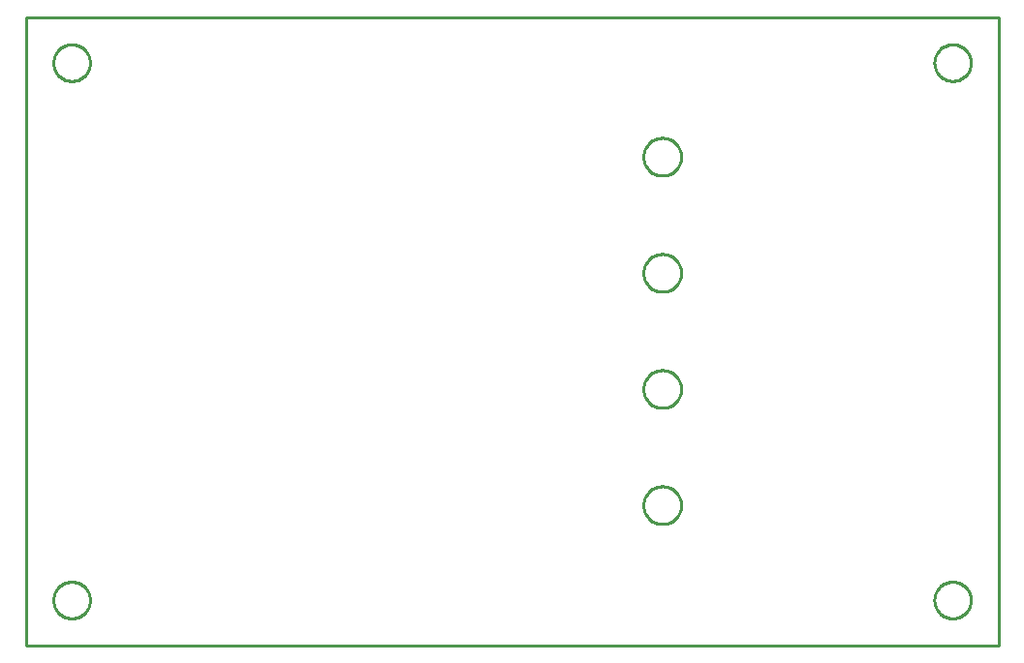
<source format=gbr>
G04 EAGLE Gerber RS-274X export*
G75*
%MOMM*%
%FSLAX34Y34*%
%LPD*%
%IN*%
%IPPOS*%
%AMOC8*
5,1,8,0,0,1.08239X$1,22.5*%
G01*
%ADD10C,0.254000*%


D10*
X0Y0D02*
X850000Y0D01*
X850000Y550000D01*
X0Y550000D01*
X0Y0D01*
X56000Y509476D02*
X55932Y508431D01*
X55795Y507392D01*
X55590Y506365D01*
X55319Y505353D01*
X54983Y504361D01*
X54582Y503393D01*
X54118Y502454D01*
X53595Y501546D01*
X53013Y500675D01*
X52375Y499844D01*
X51684Y499057D01*
X50943Y498316D01*
X50156Y497625D01*
X49325Y496988D01*
X48454Y496406D01*
X47546Y495882D01*
X46607Y495418D01*
X45639Y495017D01*
X44647Y494681D01*
X43635Y494410D01*
X42608Y494205D01*
X41569Y494069D01*
X40524Y494000D01*
X39476Y494000D01*
X38431Y494069D01*
X37392Y494205D01*
X36365Y494410D01*
X35353Y494681D01*
X34361Y495017D01*
X33393Y495418D01*
X32454Y495882D01*
X31546Y496406D01*
X30675Y496988D01*
X29844Y497625D01*
X29057Y498316D01*
X28316Y499057D01*
X27625Y499844D01*
X26988Y500675D01*
X26406Y501546D01*
X25882Y502454D01*
X25418Y503393D01*
X25017Y504361D01*
X24681Y505353D01*
X24410Y506365D01*
X24205Y507392D01*
X24069Y508431D01*
X24000Y509476D01*
X24000Y510524D01*
X24069Y511569D01*
X24205Y512608D01*
X24410Y513635D01*
X24681Y514647D01*
X25017Y515639D01*
X25418Y516607D01*
X25882Y517546D01*
X26406Y518454D01*
X26988Y519325D01*
X27625Y520156D01*
X28316Y520943D01*
X29057Y521684D01*
X29844Y522375D01*
X30675Y523013D01*
X31546Y523595D01*
X32454Y524118D01*
X33393Y524582D01*
X34361Y524983D01*
X35353Y525319D01*
X36365Y525590D01*
X37392Y525795D01*
X38431Y525932D01*
X39476Y526000D01*
X40524Y526000D01*
X41569Y525932D01*
X42608Y525795D01*
X43635Y525590D01*
X44647Y525319D01*
X45639Y524983D01*
X46607Y524582D01*
X47546Y524118D01*
X48454Y523595D01*
X49325Y523013D01*
X50156Y522375D01*
X50943Y521684D01*
X51684Y520943D01*
X52375Y520156D01*
X53013Y519325D01*
X53595Y518454D01*
X54118Y517546D01*
X54582Y516607D01*
X54983Y515639D01*
X55319Y514647D01*
X55590Y513635D01*
X55795Y512608D01*
X55932Y511569D01*
X56000Y510524D01*
X56000Y509476D01*
X56000Y39476D02*
X55932Y38431D01*
X55795Y37392D01*
X55590Y36365D01*
X55319Y35353D01*
X54983Y34361D01*
X54582Y33393D01*
X54118Y32454D01*
X53595Y31546D01*
X53013Y30675D01*
X52375Y29844D01*
X51684Y29057D01*
X50943Y28316D01*
X50156Y27625D01*
X49325Y26988D01*
X48454Y26406D01*
X47546Y25882D01*
X46607Y25418D01*
X45639Y25017D01*
X44647Y24681D01*
X43635Y24410D01*
X42608Y24205D01*
X41569Y24069D01*
X40524Y24000D01*
X39476Y24000D01*
X38431Y24069D01*
X37392Y24205D01*
X36365Y24410D01*
X35353Y24681D01*
X34361Y25017D01*
X33393Y25418D01*
X32454Y25882D01*
X31546Y26406D01*
X30675Y26988D01*
X29844Y27625D01*
X29057Y28316D01*
X28316Y29057D01*
X27625Y29844D01*
X26988Y30675D01*
X26406Y31546D01*
X25882Y32454D01*
X25418Y33393D01*
X25017Y34361D01*
X24681Y35353D01*
X24410Y36365D01*
X24205Y37392D01*
X24069Y38431D01*
X24000Y39476D01*
X24000Y40524D01*
X24069Y41569D01*
X24205Y42608D01*
X24410Y43635D01*
X24681Y44647D01*
X25017Y45639D01*
X25418Y46607D01*
X25882Y47546D01*
X26406Y48454D01*
X26988Y49325D01*
X27625Y50156D01*
X28316Y50943D01*
X29057Y51684D01*
X29844Y52375D01*
X30675Y53013D01*
X31546Y53595D01*
X32454Y54118D01*
X33393Y54582D01*
X34361Y54983D01*
X35353Y55319D01*
X36365Y55590D01*
X37392Y55795D01*
X38431Y55932D01*
X39476Y56000D01*
X40524Y56000D01*
X41569Y55932D01*
X42608Y55795D01*
X43635Y55590D01*
X44647Y55319D01*
X45639Y54983D01*
X46607Y54582D01*
X47546Y54118D01*
X48454Y53595D01*
X49325Y53013D01*
X50156Y52375D01*
X50943Y51684D01*
X51684Y50943D01*
X52375Y50156D01*
X53013Y49325D01*
X53595Y48454D01*
X54118Y47546D01*
X54582Y46607D01*
X54983Y45639D01*
X55319Y44647D01*
X55590Y43635D01*
X55795Y42608D01*
X55932Y41569D01*
X56000Y40524D01*
X56000Y39476D01*
X826000Y39476D02*
X825932Y38431D01*
X825795Y37392D01*
X825590Y36365D01*
X825319Y35353D01*
X824983Y34361D01*
X824582Y33393D01*
X824118Y32454D01*
X823595Y31546D01*
X823013Y30675D01*
X822375Y29844D01*
X821684Y29057D01*
X820943Y28316D01*
X820156Y27625D01*
X819325Y26988D01*
X818454Y26406D01*
X817546Y25882D01*
X816607Y25418D01*
X815639Y25017D01*
X814647Y24681D01*
X813635Y24410D01*
X812608Y24205D01*
X811569Y24069D01*
X810524Y24000D01*
X809476Y24000D01*
X808431Y24069D01*
X807392Y24205D01*
X806365Y24410D01*
X805353Y24681D01*
X804361Y25017D01*
X803393Y25418D01*
X802454Y25882D01*
X801546Y26406D01*
X800675Y26988D01*
X799844Y27625D01*
X799057Y28316D01*
X798316Y29057D01*
X797625Y29844D01*
X796988Y30675D01*
X796406Y31546D01*
X795882Y32454D01*
X795418Y33393D01*
X795017Y34361D01*
X794681Y35353D01*
X794410Y36365D01*
X794205Y37392D01*
X794069Y38431D01*
X794000Y39476D01*
X794000Y40524D01*
X794069Y41569D01*
X794205Y42608D01*
X794410Y43635D01*
X794681Y44647D01*
X795017Y45639D01*
X795418Y46607D01*
X795882Y47546D01*
X796406Y48454D01*
X796988Y49325D01*
X797625Y50156D01*
X798316Y50943D01*
X799057Y51684D01*
X799844Y52375D01*
X800675Y53013D01*
X801546Y53595D01*
X802454Y54118D01*
X803393Y54582D01*
X804361Y54983D01*
X805353Y55319D01*
X806365Y55590D01*
X807392Y55795D01*
X808431Y55932D01*
X809476Y56000D01*
X810524Y56000D01*
X811569Y55932D01*
X812608Y55795D01*
X813635Y55590D01*
X814647Y55319D01*
X815639Y54983D01*
X816607Y54582D01*
X817546Y54118D01*
X818454Y53595D01*
X819325Y53013D01*
X820156Y52375D01*
X820943Y51684D01*
X821684Y50943D01*
X822375Y50156D01*
X823013Y49325D01*
X823595Y48454D01*
X824118Y47546D01*
X824582Y46607D01*
X824983Y45639D01*
X825319Y44647D01*
X825590Y43635D01*
X825795Y42608D01*
X825932Y41569D01*
X826000Y40524D01*
X826000Y39476D01*
X826000Y509476D02*
X825932Y508431D01*
X825795Y507392D01*
X825590Y506365D01*
X825319Y505353D01*
X824983Y504361D01*
X824582Y503393D01*
X824118Y502454D01*
X823595Y501546D01*
X823013Y500675D01*
X822375Y499844D01*
X821684Y499057D01*
X820943Y498316D01*
X820156Y497625D01*
X819325Y496988D01*
X818454Y496406D01*
X817546Y495882D01*
X816607Y495418D01*
X815639Y495017D01*
X814647Y494681D01*
X813635Y494410D01*
X812608Y494205D01*
X811569Y494069D01*
X810524Y494000D01*
X809476Y494000D01*
X808431Y494069D01*
X807392Y494205D01*
X806365Y494410D01*
X805353Y494681D01*
X804361Y495017D01*
X803393Y495418D01*
X802454Y495882D01*
X801546Y496406D01*
X800675Y496988D01*
X799844Y497625D01*
X799057Y498316D01*
X798316Y499057D01*
X797625Y499844D01*
X796988Y500675D01*
X796406Y501546D01*
X795882Y502454D01*
X795418Y503393D01*
X795017Y504361D01*
X794681Y505353D01*
X794410Y506365D01*
X794205Y507392D01*
X794069Y508431D01*
X794000Y509476D01*
X794000Y510524D01*
X794069Y511569D01*
X794205Y512608D01*
X794410Y513635D01*
X794681Y514647D01*
X795017Y515639D01*
X795418Y516607D01*
X795882Y517546D01*
X796406Y518454D01*
X796988Y519325D01*
X797625Y520156D01*
X798316Y520943D01*
X799057Y521684D01*
X799844Y522375D01*
X800675Y523013D01*
X801546Y523595D01*
X802454Y524118D01*
X803393Y524582D01*
X804361Y524983D01*
X805353Y525319D01*
X806365Y525590D01*
X807392Y525795D01*
X808431Y525932D01*
X809476Y526000D01*
X810524Y526000D01*
X811569Y525932D01*
X812608Y525795D01*
X813635Y525590D01*
X814647Y525319D01*
X815639Y524983D01*
X816607Y524582D01*
X817546Y524118D01*
X818454Y523595D01*
X819325Y523013D01*
X820156Y522375D01*
X820943Y521684D01*
X821684Y520943D01*
X822375Y520156D01*
X823013Y519325D01*
X823595Y518454D01*
X824118Y517546D01*
X824582Y516607D01*
X824983Y515639D01*
X825319Y514647D01*
X825590Y513635D01*
X825795Y512608D01*
X825932Y511569D01*
X826000Y510524D01*
X826000Y509476D01*
X556800Y444246D02*
X557879Y444175D01*
X558951Y444034D01*
X560011Y443823D01*
X561055Y443544D01*
X562079Y443196D01*
X563077Y442782D01*
X564047Y442304D01*
X564983Y441764D01*
X565882Y441163D01*
X566739Y440505D01*
X567552Y439793D01*
X568317Y439028D01*
X569029Y438215D01*
X569687Y437358D01*
X570288Y436459D01*
X570828Y435523D01*
X571306Y434553D01*
X571720Y433555D01*
X572068Y432531D01*
X572347Y431487D01*
X572558Y430427D01*
X572699Y429355D01*
X572770Y428276D01*
X572770Y427196D01*
X572699Y426117D01*
X572558Y425045D01*
X572347Y423985D01*
X572068Y422941D01*
X571720Y421917D01*
X571306Y420919D01*
X570828Y419949D01*
X570288Y419013D01*
X569687Y418114D01*
X569029Y417257D01*
X568317Y416444D01*
X567552Y415680D01*
X566739Y414967D01*
X565882Y414309D01*
X564983Y413708D01*
X564047Y413168D01*
X563077Y412690D01*
X562079Y412276D01*
X561055Y411928D01*
X560011Y411649D01*
X558951Y411438D01*
X557879Y411297D01*
X556800Y411226D01*
X555720Y411226D01*
X554641Y411297D01*
X553569Y411438D01*
X552509Y411649D01*
X551465Y411928D01*
X550441Y412276D01*
X549443Y412690D01*
X548473Y413168D01*
X547537Y413708D01*
X546638Y414309D01*
X545781Y414967D01*
X544968Y415680D01*
X544204Y416444D01*
X543491Y417257D01*
X542833Y418114D01*
X542232Y419013D01*
X541692Y419949D01*
X541214Y420919D01*
X540800Y421917D01*
X540452Y422941D01*
X540173Y423985D01*
X539962Y425045D01*
X539821Y426117D01*
X539750Y427196D01*
X539750Y428276D01*
X539821Y429355D01*
X539962Y430427D01*
X540173Y431487D01*
X540452Y432531D01*
X540800Y433555D01*
X541214Y434553D01*
X541692Y435523D01*
X542232Y436459D01*
X542833Y437358D01*
X543491Y438215D01*
X544204Y439028D01*
X544968Y439793D01*
X545781Y440505D01*
X546638Y441163D01*
X547537Y441764D01*
X548473Y442304D01*
X549443Y442782D01*
X550441Y443196D01*
X551465Y443544D01*
X552509Y443823D01*
X553569Y444034D01*
X554641Y444175D01*
X555720Y444246D01*
X556800Y444246D01*
X556800Y241046D02*
X557879Y240975D01*
X558951Y240834D01*
X560011Y240623D01*
X561055Y240344D01*
X562079Y239996D01*
X563077Y239582D01*
X564047Y239104D01*
X564983Y238564D01*
X565882Y237963D01*
X566739Y237305D01*
X567552Y236593D01*
X568317Y235828D01*
X569029Y235015D01*
X569687Y234158D01*
X570288Y233259D01*
X570828Y232323D01*
X571306Y231353D01*
X571720Y230355D01*
X572068Y229331D01*
X572347Y228287D01*
X572558Y227227D01*
X572699Y226155D01*
X572770Y225076D01*
X572770Y223996D01*
X572699Y222917D01*
X572558Y221845D01*
X572347Y220785D01*
X572068Y219741D01*
X571720Y218717D01*
X571306Y217719D01*
X570828Y216749D01*
X570288Y215813D01*
X569687Y214914D01*
X569029Y214057D01*
X568317Y213244D01*
X567552Y212480D01*
X566739Y211767D01*
X565882Y211109D01*
X564983Y210508D01*
X564047Y209968D01*
X563077Y209490D01*
X562079Y209076D01*
X561055Y208728D01*
X560011Y208449D01*
X558951Y208238D01*
X557879Y208097D01*
X556800Y208026D01*
X555720Y208026D01*
X554641Y208097D01*
X553569Y208238D01*
X552509Y208449D01*
X551465Y208728D01*
X550441Y209076D01*
X549443Y209490D01*
X548473Y209968D01*
X547537Y210508D01*
X546638Y211109D01*
X545781Y211767D01*
X544968Y212480D01*
X544204Y213244D01*
X543491Y214057D01*
X542833Y214914D01*
X542232Y215813D01*
X541692Y216749D01*
X541214Y217719D01*
X540800Y218717D01*
X540452Y219741D01*
X540173Y220785D01*
X539962Y221845D01*
X539821Y222917D01*
X539750Y223996D01*
X539750Y225076D01*
X539821Y226155D01*
X539962Y227227D01*
X540173Y228287D01*
X540452Y229331D01*
X540800Y230355D01*
X541214Y231353D01*
X541692Y232323D01*
X542232Y233259D01*
X542833Y234158D01*
X543491Y235015D01*
X544204Y235828D01*
X544968Y236593D01*
X545781Y237305D01*
X546638Y237963D01*
X547537Y238564D01*
X548473Y239104D01*
X549443Y239582D01*
X550441Y239996D01*
X551465Y240344D01*
X552509Y240623D01*
X553569Y240834D01*
X554641Y240975D01*
X555720Y241046D01*
X556800Y241046D01*
X556800Y342646D02*
X557879Y342575D01*
X558951Y342434D01*
X560011Y342223D01*
X561055Y341944D01*
X562079Y341596D01*
X563077Y341182D01*
X564047Y340704D01*
X564983Y340164D01*
X565882Y339563D01*
X566739Y338905D01*
X567552Y338193D01*
X568317Y337428D01*
X569029Y336615D01*
X569687Y335758D01*
X570288Y334859D01*
X570828Y333923D01*
X571306Y332953D01*
X571720Y331955D01*
X572068Y330931D01*
X572347Y329887D01*
X572558Y328827D01*
X572699Y327755D01*
X572770Y326676D01*
X572770Y325596D01*
X572699Y324517D01*
X572558Y323445D01*
X572347Y322385D01*
X572068Y321341D01*
X571720Y320317D01*
X571306Y319319D01*
X570828Y318349D01*
X570288Y317413D01*
X569687Y316514D01*
X569029Y315657D01*
X568317Y314844D01*
X567552Y314080D01*
X566739Y313367D01*
X565882Y312709D01*
X564983Y312108D01*
X564047Y311568D01*
X563077Y311090D01*
X562079Y310676D01*
X561055Y310328D01*
X560011Y310049D01*
X558951Y309838D01*
X557879Y309697D01*
X556800Y309626D01*
X555720Y309626D01*
X554641Y309697D01*
X553569Y309838D01*
X552509Y310049D01*
X551465Y310328D01*
X550441Y310676D01*
X549443Y311090D01*
X548473Y311568D01*
X547537Y312108D01*
X546638Y312709D01*
X545781Y313367D01*
X544968Y314080D01*
X544204Y314844D01*
X543491Y315657D01*
X542833Y316514D01*
X542232Y317413D01*
X541692Y318349D01*
X541214Y319319D01*
X540800Y320317D01*
X540452Y321341D01*
X540173Y322385D01*
X539962Y323445D01*
X539821Y324517D01*
X539750Y325596D01*
X539750Y326676D01*
X539821Y327755D01*
X539962Y328827D01*
X540173Y329887D01*
X540452Y330931D01*
X540800Y331955D01*
X541214Y332953D01*
X541692Y333923D01*
X542232Y334859D01*
X542833Y335758D01*
X543491Y336615D01*
X544204Y337428D01*
X544968Y338193D01*
X545781Y338905D01*
X546638Y339563D01*
X547537Y340164D01*
X548473Y340704D01*
X549443Y341182D01*
X550441Y341596D01*
X551465Y341944D01*
X552509Y342223D01*
X553569Y342434D01*
X554641Y342575D01*
X555720Y342646D01*
X556800Y342646D01*
X556800Y139446D02*
X557879Y139375D01*
X558951Y139234D01*
X560011Y139023D01*
X561055Y138744D01*
X562079Y138396D01*
X563077Y137982D01*
X564047Y137504D01*
X564983Y136964D01*
X565882Y136363D01*
X566739Y135705D01*
X567552Y134993D01*
X568317Y134228D01*
X569029Y133415D01*
X569687Y132558D01*
X570288Y131659D01*
X570828Y130723D01*
X571306Y129753D01*
X571720Y128755D01*
X572068Y127731D01*
X572347Y126687D01*
X572558Y125627D01*
X572699Y124555D01*
X572770Y123476D01*
X572770Y122396D01*
X572699Y121317D01*
X572558Y120245D01*
X572347Y119185D01*
X572068Y118141D01*
X571720Y117117D01*
X571306Y116119D01*
X570828Y115149D01*
X570288Y114213D01*
X569687Y113314D01*
X569029Y112457D01*
X568317Y111644D01*
X567552Y110880D01*
X566739Y110167D01*
X565882Y109509D01*
X564983Y108908D01*
X564047Y108368D01*
X563077Y107890D01*
X562079Y107476D01*
X561055Y107128D01*
X560011Y106849D01*
X558951Y106638D01*
X557879Y106497D01*
X556800Y106426D01*
X555720Y106426D01*
X554641Y106497D01*
X553569Y106638D01*
X552509Y106849D01*
X551465Y107128D01*
X550441Y107476D01*
X549443Y107890D01*
X548473Y108368D01*
X547537Y108908D01*
X546638Y109509D01*
X545781Y110167D01*
X544968Y110880D01*
X544204Y111644D01*
X543491Y112457D01*
X542833Y113314D01*
X542232Y114213D01*
X541692Y115149D01*
X541214Y116119D01*
X540800Y117117D01*
X540452Y118141D01*
X540173Y119185D01*
X539962Y120245D01*
X539821Y121317D01*
X539750Y122396D01*
X539750Y123476D01*
X539821Y124555D01*
X539962Y125627D01*
X540173Y126687D01*
X540452Y127731D01*
X540800Y128755D01*
X541214Y129753D01*
X541692Y130723D01*
X542232Y131659D01*
X542833Y132558D01*
X543491Y133415D01*
X544204Y134228D01*
X544968Y134993D01*
X545781Y135705D01*
X546638Y136363D01*
X547537Y136964D01*
X548473Y137504D01*
X549443Y137982D01*
X550441Y138396D01*
X551465Y138744D01*
X552509Y139023D01*
X553569Y139234D01*
X554641Y139375D01*
X555720Y139446D01*
X556800Y139446D01*
M02*

</source>
